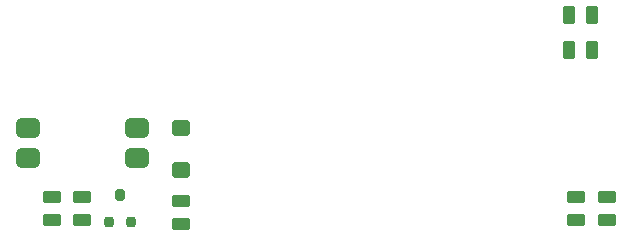
<source format=gtp>
G04*
G04 #@! TF.GenerationSoftware,Altium Limited,Altium Designer,21.3.2 (30)*
G04*
G04 Layer_Color=8421504*
%FSTAX24Y24*%
%MOIN*%
G70*
G04*
G04 #@! TF.SameCoordinates,DBE85665-E0BB-432C-AE5E-D4A4B8DC2BF9*
G04*
G04*
G04 #@! TF.FilePolarity,Positive*
G04*
G01*
G75*
G04:AMPARAMS|DCode=21|XSize=63mil|YSize=41.3mil|CornerRadius=10.3mil|HoleSize=0mil|Usage=FLASHONLY|Rotation=0.000|XOffset=0mil|YOffset=0mil|HoleType=Round|Shape=RoundedRectangle|*
%AMROUNDEDRECTD21*
21,1,0.0630,0.0207,0,0,0.0*
21,1,0.0423,0.0413,0,0,0.0*
1,1,0.0207,0.0212,-0.0103*
1,1,0.0207,-0.0212,-0.0103*
1,1,0.0207,-0.0212,0.0103*
1,1,0.0207,0.0212,0.0103*
%
%ADD21ROUNDEDRECTD21*%
G04:AMPARAMS|DCode=22|XSize=31.5mil|YSize=39.4mil|CornerRadius=7.9mil|HoleSize=0mil|Usage=FLASHONLY|Rotation=180.000|XOffset=0mil|YOffset=0mil|HoleType=Round|Shape=RoundedRectangle|*
%AMROUNDEDRECTD22*
21,1,0.0315,0.0236,0,0,180.0*
21,1,0.0157,0.0394,0,0,180.0*
1,1,0.0157,-0.0079,0.0118*
1,1,0.0157,0.0079,0.0118*
1,1,0.0157,0.0079,-0.0118*
1,1,0.0157,-0.0079,-0.0118*
%
%ADD22ROUNDEDRECTD22*%
G04:AMPARAMS|DCode=23|XSize=31.5mil|YSize=35.4mil|CornerRadius=7.9mil|HoleSize=0mil|Usage=FLASHONLY|Rotation=180.000|XOffset=0mil|YOffset=0mil|HoleType=Round|Shape=RoundedRectangle|*
%AMROUNDEDRECTD23*
21,1,0.0315,0.0197,0,0,180.0*
21,1,0.0157,0.0354,0,0,180.0*
1,1,0.0157,-0.0079,0.0098*
1,1,0.0157,0.0079,0.0098*
1,1,0.0157,0.0079,-0.0098*
1,1,0.0157,-0.0079,-0.0098*
%
%ADD23ROUNDEDRECTD23*%
G04:AMPARAMS|DCode=24|XSize=63mil|YSize=41.3mil|CornerRadius=10.3mil|HoleSize=0mil|Usage=FLASHONLY|Rotation=270.000|XOffset=0mil|YOffset=0mil|HoleType=Round|Shape=RoundedRectangle|*
%AMROUNDEDRECTD24*
21,1,0.0630,0.0207,0,0,270.0*
21,1,0.0423,0.0413,0,0,270.0*
1,1,0.0207,-0.0103,-0.0212*
1,1,0.0207,-0.0103,0.0212*
1,1,0.0207,0.0103,0.0212*
1,1,0.0207,0.0103,-0.0212*
%
%ADD24ROUNDEDRECTD24*%
G04:AMPARAMS|DCode=25|XSize=55.1mil|YSize=63mil|CornerRadius=13.8mil|HoleSize=0mil|Usage=FLASHONLY|Rotation=90.000|XOffset=0mil|YOffset=0mil|HoleType=Round|Shape=RoundedRectangle|*
%AMROUNDEDRECTD25*
21,1,0.0551,0.0354,0,0,90.0*
21,1,0.0276,0.0630,0,0,90.0*
1,1,0.0276,0.0177,0.0138*
1,1,0.0276,0.0177,-0.0138*
1,1,0.0276,-0.0177,-0.0138*
1,1,0.0276,-0.0177,0.0138*
%
%ADD25ROUNDEDRECTD25*%
G04:AMPARAMS|DCode=26|XSize=78.7mil|YSize=67.3mil|CornerRadius=16.8mil|HoleSize=0mil|Usage=FLASHONLY|Rotation=0.000|XOffset=0mil|YOffset=0mil|HoleType=Round|Shape=RoundedRectangle|*
%AMROUNDEDRECTD26*
21,1,0.0787,0.0337,0,0,0.0*
21,1,0.0451,0.0673,0,0,0.0*
1,1,0.0337,0.0225,-0.0168*
1,1,0.0337,-0.0225,-0.0168*
1,1,0.0337,-0.0225,0.0168*
1,1,0.0337,0.0225,0.0168*
%
%ADD26ROUNDEDRECTD26*%
D21*
X02465Y016482D02*
D03*
Y01725D02*
D03*
X02895Y016332D02*
D03*
Y0171D02*
D03*
X02565Y017234D02*
D03*
Y016466D02*
D03*
X0421Y016466D02*
D03*
Y017234D02*
D03*
X04315Y017234D02*
D03*
Y016466D02*
D03*
D22*
X0269Y017303D02*
D03*
D23*
X026526Y016397D02*
D03*
X027274D02*
D03*
D24*
X041866Y0233D02*
D03*
X042634D02*
D03*
X042634Y02215D02*
D03*
X041866D02*
D03*
D25*
X02895Y019559D02*
D03*
Y018141D02*
D03*
D26*
X023839Y01955D02*
D03*
Y01855D02*
D03*
X027461Y01955D02*
D03*
Y01855D02*
D03*
M02*

</source>
